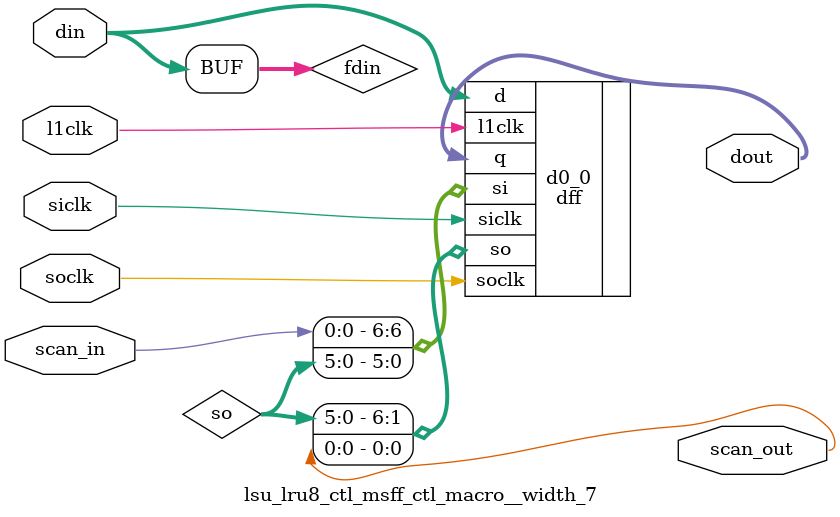
<source format=v>
module lsu_lru8_ctl (
  l1clk, 
  scan_in, 
  spc_aclk, 
  spc_bclk, 
  scan_out, 
  request, 
  enable, 
  select);
wire siclk;
wire soclk;
wire dff_lru_scanin;
wire dff_lru_scanout;
wire nlru0_7;
wire nlru0_3;
wire nlru4_7;
wire nlru0_1;
wire nlru2_3;
wire nlru4_5;
wire nlru6_7;
wire lru0_7;
wire lru0_3;
wire lru4_7;
wire lru0_1;
wire lru2_3;
wire lru4_5;
wire lru6_7;
wire pick_0123;
wire pick_4567;
wire pick_01;
wire pick_23;
wire pick_45;
wire pick_67;
wire pick_0;
wire pick_1;
wire pick_2;
wire pick_3;
wire pick_4;
wire pick_5;
wire pick_6;
wire pick_7;


input		l1clk;
input 		scan_in;
input 		spc_aclk;
input 		spc_bclk;
output		scan_out;

input	[7:0]	request;
input	[7:0]	enable;

output	[7:0]	select;

// scan renames
assign siclk = spc_aclk;
assign soclk = spc_bclk;
// end scan

////////////////////////////////////////////////////////////////////////////////
// Pseudo-LRU picker to choose the oldest thread for issuing to pcx.
// The picker uses a binary tree to track age.
// lru0_1 -> 0=#0 is newer, 1=#1 is newer
// lru2_3 -> 0=#2 is newer, 1=#3 is newer
// lru0_3 -> 0={0,1} is newer, 1={2,3} is newer
// lru4_7 -> 0={4,5} is newer, 1={6,7} is newer
// lru0_7 -> 0={0,1,2,3} is newer, 1={4,5,6,7} is newer
// The state updates every time an entry is written.  The "least recently written"
// as determined by tracing the tree has priority.
////////////////////////////////////////////////////////////////////////////////

lsu_lru8_ctl_msff_ctl_macro__width_7 dff_lru  (
	.scan_in(dff_lru_scanin),
	.scan_out(dff_lru_scanout),
	.din	({nlru0_7,nlru0_3,nlru4_7,nlru0_1,nlru2_3,nlru4_5,nlru6_7}),
	.dout	({ lru0_7, lru0_3, lru4_7, lru0_1, lru2_3, lru4_5, lru6_7}),
  .l1clk(l1clk),
  .siclk(siclk),
  .soclk(soclk)
);

assign pick_0123 = (|request[3:0]) & ( lru0_7 | ~(|request[7:4]));
assign pick_4567 = (|request[7:4]) & (~lru0_7 | ~(|request[3:0]));
assign pick_01 = (|request[1:0]) & ( lru0_3 | ~(|request[3:2]));
assign pick_23 = (|request[3:2]) & (~lru0_3 | ~(|request[1:0]));
assign pick_45 = (|request[5:4]) & ( lru4_7 | ~(|request[7:6]));
assign pick_67 = (|request[7:6]) & (~lru4_7 | ~(|request[5:4]));
assign pick_0 = request[0] & ( lru0_1 | ~request[1]);
assign pick_1 = request[1] & (~lru0_1 | ~request[0]);
assign pick_2 = request[2] & ( lru2_3 | ~request[3]);
assign pick_3 = request[3] & (~lru2_3 | ~request[2]);
assign pick_4 = request[4] & ( lru4_5 | ~request[5]);
assign pick_5 = request[5] & (~lru4_5 | ~request[4]);
assign pick_6 = request[6] & ( lru6_7 | ~request[7]);
assign pick_7 = request[7] & (~lru6_7 | ~request[6]);

assign select[0] = pick_0123 & pick_01 & pick_0;
assign select[1] = pick_0123 & pick_01 & pick_1;
assign select[2] = pick_0123 & pick_23 & pick_2;
assign select[3] = pick_0123 & pick_23 & pick_3;
assign select[4] = pick_4567 & pick_45 & pick_4;
assign select[5] = pick_4567 & pick_45 & pick_5;
assign select[6] = pick_4567 & pick_67 & pick_6;
assign select[7] = pick_4567 & pick_67 & pick_7;

assign nlru0_1 = enable[1] | (~enable[0] & lru0_1);
assign nlru2_3 = enable[3] | (~enable[2] & lru2_3);
assign nlru4_5 = enable[5] | (~enable[4] & lru4_5);
assign nlru6_7 = enable[7] | (~enable[6] & lru6_7);
assign nlru0_3 = (enable[2] | enable[3]) | (~(enable[0] | enable[1]) & lru0_3);
assign nlru4_7 = (enable[6] | enable[7]) | (~(enable[4] | enable[5]) & lru4_7);
assign nlru0_7 = (enable[4] | enable[5] | enable[6] | enable[7]) |
                 (~(enable[0] | enable[1] | enable[2] | enable[3]) &
                   lru0_7);


supply0 vss;
supply1 vdd;
// fixscan start:
assign dff_lru_scanin            = scan_in                  ;
assign scan_out                  = dff_lru_scanout          ;
// fixscan end:
endmodule






// any PARAMS parms go into naming of macro

module lsu_lru8_ctl_msff_ctl_macro__width_7 (
  din, 
  l1clk, 
  scan_in, 
  siclk, 
  soclk, 
  dout, 
  scan_out);
wire [6:0] fdin;
wire [5:0] so;

  input [6:0] din;
  input l1clk;
  input scan_in;


  input siclk;
  input soclk;

  output [6:0] dout;
  output scan_out;
assign fdin[6:0] = din[6:0];






dff /*#(7)*/  d0_0 (
.l1clk(l1clk),
.siclk(siclk),
.soclk(soclk),
.d(fdin[6:0]),
.si({scan_in,so[5:0]}),
.so({so[5:0],scan_out}),
.q(dout[6:0])
);












endmodule









</source>
